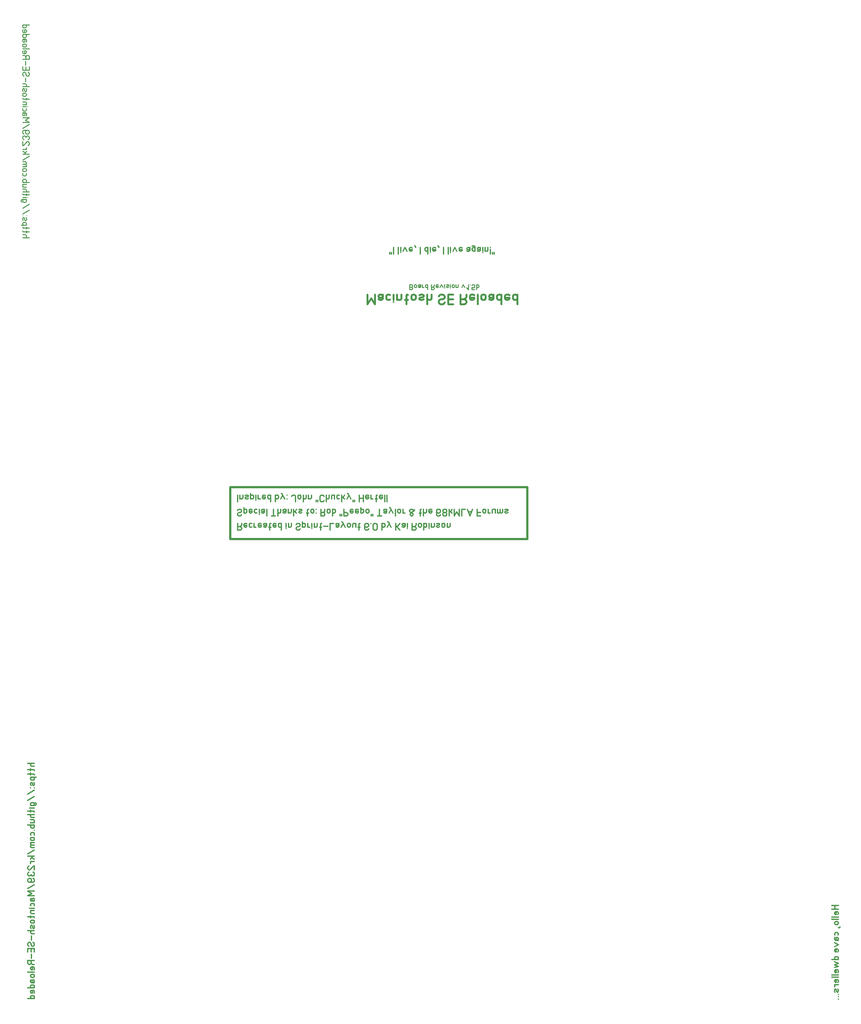
<source format=gbr>
%FSLAX34Y34*%
%MOMM*%
%LNSILK_BOTTOM*%
G71*
G01*
%ADD10C,0.318*%
%ADD11C,0.238*%
%ADD12C,0.476*%
%ADD13C,0.600*%
%ADD14C,0.222*%
%LPD*%
G54D10*
X584712Y1521461D02*
X588712Y1523683D01*
X590046Y1525906D01*
X590046Y1530350D01*
G54D10*
X579379Y1530350D02*
X579379Y1512572D01*
X586046Y1512572D01*
X588712Y1513683D01*
X590046Y1515906D01*
X590046Y1518128D01*
X588712Y1520350D01*
X586046Y1521461D01*
X579379Y1521461D01*
G54D10*
X604268Y1529239D02*
X602135Y1530350D01*
X599468Y1530350D01*
X596801Y1529239D01*
X596268Y1527017D01*
X596268Y1523239D01*
X597601Y1521017D01*
X600268Y1520350D01*
X602935Y1521017D01*
X604268Y1522572D01*
X604268Y1524794D01*
X596268Y1524794D01*
G54D10*
X617157Y1521017D02*
X614490Y1520350D01*
X611823Y1521017D01*
X610490Y1523239D01*
X610490Y1527683D01*
X611823Y1529906D01*
X614490Y1530350D01*
X617157Y1529906D01*
G54D10*
X623379Y1530350D02*
X623379Y1520350D01*
G54D10*
X623379Y1522572D02*
X626046Y1520350D01*
X628712Y1520350D01*
G54D10*
X642934Y1529239D02*
X640801Y1530350D01*
X638134Y1530350D01*
X635467Y1529239D01*
X634934Y1527017D01*
X634934Y1523239D01*
X636267Y1521017D01*
X638934Y1520350D01*
X641601Y1521017D01*
X642934Y1522572D01*
X642934Y1524794D01*
X634934Y1524794D01*
G54D10*
X649156Y1521461D02*
X651823Y1520350D01*
X655023Y1520350D01*
X657156Y1522572D01*
X657156Y1530350D01*
G54D10*
X657156Y1527017D02*
X655823Y1524794D01*
X653156Y1524350D01*
X650489Y1524794D01*
X649156Y1527017D01*
X649689Y1529239D01*
X651823Y1530350D01*
X653156Y1530350D01*
X653689Y1530350D01*
X655823Y1529239D01*
X657156Y1527017D01*
G54D10*
X666045Y1512572D02*
X666045Y1529239D01*
X667378Y1530350D01*
X668711Y1529906D01*
G54D10*
X663378Y1520350D02*
X668711Y1520350D01*
G54D10*
X682933Y1529239D02*
X680800Y1530350D01*
X678133Y1530350D01*
X675466Y1529239D01*
X674933Y1527017D01*
X674933Y1523239D01*
X676266Y1521017D01*
X678933Y1520350D01*
X681600Y1521017D01*
X682933Y1522572D01*
X682933Y1524794D01*
X674933Y1524794D01*
G54D10*
X697155Y1530350D02*
X697155Y1512572D01*
G54D10*
X697155Y1523239D02*
X695822Y1521017D01*
X693155Y1520350D01*
X690488Y1521017D01*
X689155Y1523239D01*
X689155Y1527683D01*
X690488Y1529906D01*
X693155Y1530350D01*
X695822Y1529906D01*
X697155Y1527683D01*
G54D10*
X709866Y1530350D02*
X709866Y1520350D01*
G54D10*
X709866Y1517017D02*
X709866Y1517017D01*
G54D10*
X716088Y1530350D02*
X716088Y1520350D01*
G54D10*
X716088Y1522572D02*
X717421Y1521017D01*
X720088Y1520350D01*
X722755Y1521017D01*
X724088Y1522572D01*
X724088Y1530350D01*
G54D10*
X736799Y1527017D02*
X738132Y1529239D01*
X740799Y1530350D01*
X743466Y1530350D01*
X746132Y1529239D01*
X747466Y1527017D01*
X747466Y1524794D01*
X746132Y1522572D01*
X743466Y1521461D01*
X740799Y1521461D01*
X738132Y1520350D01*
X736799Y1518128D01*
X736799Y1515906D01*
X738132Y1513683D01*
X740799Y1512572D01*
X743466Y1512572D01*
X746132Y1513683D01*
X747466Y1515906D01*
G54D10*
X753688Y1520350D02*
X753688Y1534794D01*
G54D10*
X753688Y1527017D02*
X755021Y1529906D01*
X757688Y1530350D01*
X760355Y1529906D01*
X761688Y1527683D01*
X761688Y1523239D01*
X760355Y1521017D01*
X757688Y1520350D01*
X755021Y1521017D01*
X753688Y1523683D01*
G54D10*
X767910Y1530350D02*
X767910Y1520350D01*
G54D10*
X767910Y1522572D02*
X770577Y1520350D01*
X773243Y1520350D01*
G54D10*
X779465Y1530350D02*
X779465Y1520350D01*
G54D10*
X779465Y1517017D02*
X779465Y1517017D01*
G54D10*
X785687Y1530350D02*
X785687Y1520350D01*
G54D10*
X785687Y1522572D02*
X787020Y1521017D01*
X789687Y1520350D01*
X792354Y1521017D01*
X793687Y1522572D01*
X793687Y1530350D01*
G54D10*
X802576Y1512572D02*
X802576Y1529239D01*
X803909Y1530350D01*
X805242Y1529906D01*
G54D10*
X799909Y1520350D02*
X805242Y1520350D01*
G54D10*
X811464Y1522572D02*
X822131Y1522572D01*
G54D10*
X828353Y1512572D02*
X828353Y1530350D01*
X837686Y1530350D01*
G54D10*
X843908Y1521461D02*
X846575Y1520350D01*
X849775Y1520350D01*
X851908Y1522572D01*
X851908Y1530350D01*
G54D10*
X851908Y1527017D02*
X850575Y1524794D01*
X847908Y1524350D01*
X845241Y1524794D01*
X843908Y1527017D01*
X844441Y1529239D01*
X846575Y1530350D01*
X847908Y1530350D01*
X848441Y1530350D01*
X850575Y1529239D01*
X851908Y1527017D01*
G54D10*
X858130Y1520350D02*
X863463Y1530350D01*
X868797Y1520350D01*
G54D10*
X863463Y1530350D02*
X862130Y1533683D01*
X860797Y1534794D01*
X859463Y1534794D01*
G54D10*
X883019Y1527683D02*
X883019Y1523239D01*
X881686Y1521017D01*
X879019Y1520350D01*
X876352Y1521017D01*
X875019Y1523239D01*
X875019Y1527683D01*
X876352Y1529906D01*
X879019Y1530350D01*
X881686Y1529906D01*
X883019Y1527683D01*
G54D10*
X897241Y1520350D02*
X897241Y1530350D01*
G54D10*
X897241Y1528128D02*
X895908Y1529906D01*
X893241Y1530350D01*
X890574Y1529906D01*
X889241Y1528128D01*
X889241Y1520350D01*
G54D10*
X906130Y1512572D02*
X906130Y1529239D01*
X907463Y1530350D01*
X908796Y1529906D01*
G54D10*
X903463Y1520350D02*
X908796Y1520350D01*
G54D10*
X932174Y1515906D02*
X930840Y1513683D01*
X928174Y1512572D01*
X925507Y1512572D01*
X922840Y1513683D01*
X921507Y1515906D01*
X921507Y1521461D01*
X921507Y1522572D01*
X925507Y1520350D01*
X928174Y1520350D01*
X930840Y1521461D01*
X932174Y1523683D01*
X932174Y1527017D01*
X930840Y1529239D01*
X928174Y1530350D01*
X925507Y1530350D01*
X922840Y1529239D01*
X921507Y1527017D01*
X921507Y1521461D01*
G54D10*
X938396Y1530350D02*
X938396Y1530350D01*
G54D10*
X955285Y1515906D02*
X955285Y1527017D01*
X953951Y1529239D01*
X951285Y1530350D01*
X948618Y1530350D01*
X945951Y1529239D01*
X944618Y1527017D01*
X944618Y1515906D01*
X945951Y1513683D01*
X948618Y1512572D01*
X951285Y1512572D01*
X953951Y1513683D01*
X955285Y1515906D01*
G54D10*
X967996Y1530350D02*
X967996Y1512572D01*
G54D10*
X967996Y1523239D02*
X969329Y1521017D01*
X971996Y1520350D01*
X974663Y1521017D01*
X975996Y1523239D01*
X975996Y1527683D01*
X974663Y1529906D01*
X971996Y1530350D01*
X969329Y1529906D01*
X967996Y1527683D01*
G54D10*
X982218Y1520350D02*
X987551Y1530350D01*
X992885Y1520350D01*
G54D10*
X987551Y1530350D02*
X986218Y1533683D01*
X984885Y1534794D01*
X983551Y1534794D01*
G54D10*
X1005596Y1530350D02*
X1005596Y1512572D01*
G54D10*
X1005596Y1524794D02*
X1016263Y1512572D01*
G54D10*
X1009596Y1521461D02*
X1016263Y1530350D01*
G54D10*
X1022485Y1521461D02*
X1025152Y1520350D01*
X1028352Y1520350D01*
X1030485Y1522572D01*
X1030485Y1530350D01*
G54D10*
X1030485Y1527017D02*
X1029152Y1524794D01*
X1026485Y1524350D01*
X1023818Y1524794D01*
X1022485Y1527017D01*
X1023018Y1529239D01*
X1025152Y1530350D01*
X1026485Y1530350D01*
X1027018Y1530350D01*
X1029152Y1529239D01*
X1030485Y1527017D01*
G54D10*
X1036707Y1530350D02*
X1036707Y1520350D01*
G54D10*
X1036707Y1517017D02*
X1036707Y1517017D01*
G54D10*
X1054751Y1521461D02*
X1058751Y1523683D01*
X1060085Y1525906D01*
X1060085Y1530350D01*
G54D10*
X1049418Y1530350D02*
X1049418Y1512572D01*
X1056085Y1512572D01*
X1058751Y1513683D01*
X1060085Y1515906D01*
X1060085Y1518128D01*
X1058751Y1520350D01*
X1056085Y1521461D01*
X1049418Y1521461D01*
G54D10*
X1074307Y1527683D02*
X1074307Y1523239D01*
X1072974Y1521017D01*
X1070307Y1520350D01*
X1067640Y1521017D01*
X1066307Y1523239D01*
X1066307Y1527683D01*
X1067640Y1529906D01*
X1070307Y1530350D01*
X1072974Y1529906D01*
X1074307Y1527683D01*
G54D10*
X1080529Y1530350D02*
X1080529Y1512572D01*
G54D10*
X1080529Y1523239D02*
X1081862Y1521017D01*
X1084529Y1520350D01*
X1087196Y1521017D01*
X1088529Y1523239D01*
X1088529Y1527683D01*
X1087196Y1529906D01*
X1084529Y1530350D01*
X1081862Y1529906D01*
X1080529Y1527683D01*
G54D10*
X1094751Y1530350D02*
X1094751Y1520350D01*
G54D10*
X1094751Y1517017D02*
X1094751Y1517017D01*
G54D10*
X1100973Y1530350D02*
X1100973Y1520350D01*
G54D10*
X1100973Y1522572D02*
X1102306Y1521017D01*
X1104973Y1520350D01*
X1107640Y1521017D01*
X1108973Y1522572D01*
X1108973Y1530350D01*
G54D10*
X1115195Y1529239D02*
X1117862Y1530350D01*
X1120528Y1530350D01*
X1123195Y1529239D01*
X1123195Y1527017D01*
X1121862Y1525906D01*
X1116528Y1524794D01*
X1115195Y1523683D01*
X1115195Y1521461D01*
X1117862Y1520350D01*
X1120528Y1520350D01*
X1123195Y1521461D01*
G54D10*
X1137417Y1527683D02*
X1137417Y1523239D01*
X1136084Y1521017D01*
X1133417Y1520350D01*
X1130750Y1521017D01*
X1129417Y1523239D01*
X1129417Y1527683D01*
X1130750Y1529906D01*
X1133417Y1530350D01*
X1136084Y1529906D01*
X1137417Y1527683D01*
G54D10*
X1143639Y1530350D02*
X1143639Y1520350D01*
G54D10*
X1143639Y1522572D02*
X1144972Y1521017D01*
X1147639Y1520350D01*
X1150306Y1521017D01*
X1151639Y1522572D01*
X1151639Y1530350D01*
G54D10*
X579113Y1565117D02*
X580446Y1567339D01*
X583113Y1568450D01*
X585780Y1568450D01*
X588446Y1567339D01*
X589780Y1565117D01*
X589780Y1562894D01*
X588446Y1560672D01*
X585780Y1559561D01*
X583113Y1559561D01*
X580446Y1558450D01*
X579113Y1556228D01*
X579113Y1554006D01*
X580446Y1551783D01*
X583113Y1550672D01*
X585780Y1550672D01*
X588446Y1551783D01*
X589780Y1554006D01*
G54D10*
X596002Y1558450D02*
X596002Y1572894D01*
G54D10*
X596002Y1565117D02*
X597335Y1568006D01*
X600002Y1568450D01*
X602669Y1568006D01*
X604002Y1565783D01*
X604002Y1561339D01*
X602669Y1559117D01*
X600002Y1558450D01*
X597335Y1559117D01*
X596002Y1561783D01*
G54D10*
X618224Y1567339D02*
X616091Y1568450D01*
X613424Y1568450D01*
X610757Y1567339D01*
X610224Y1565117D01*
X610224Y1561339D01*
X611557Y1559117D01*
X614224Y1558450D01*
X616891Y1559117D01*
X618224Y1560672D01*
X618224Y1562894D01*
X610224Y1562894D01*
G54D10*
X631113Y1559117D02*
X628446Y1558450D01*
X625779Y1559117D01*
X624446Y1561339D01*
X624446Y1565783D01*
X625779Y1568006D01*
X628446Y1568450D01*
X631113Y1568006D01*
G54D10*
X637335Y1568450D02*
X637335Y1558450D01*
G54D10*
X637335Y1555117D02*
X637335Y1555117D01*
G54D10*
X643557Y1559561D02*
X646224Y1558450D01*
X649424Y1558450D01*
X651557Y1560672D01*
X651557Y1568450D01*
G54D10*
X651557Y1565117D02*
X650224Y1562894D01*
X647557Y1562450D01*
X644890Y1562894D01*
X643557Y1565117D01*
X644090Y1567339D01*
X646224Y1568450D01*
X647557Y1568450D01*
X648090Y1568450D01*
X650224Y1567339D01*
X651557Y1565117D01*
G54D10*
X657779Y1568450D02*
X657779Y1550672D01*
G54D10*
X675823Y1568450D02*
X675823Y1550672D01*
G54D10*
X670490Y1550672D02*
X681157Y1550672D01*
G54D10*
X687379Y1568450D02*
X687379Y1550672D01*
G54D10*
X687379Y1561339D02*
X688712Y1559117D01*
X691379Y1558450D01*
X694046Y1559117D01*
X695379Y1561339D01*
X695379Y1568450D01*
G54D10*
X701601Y1559561D02*
X704268Y1558450D01*
X707468Y1558450D01*
X709601Y1560672D01*
X709601Y1568450D01*
G54D10*
X709601Y1565117D02*
X708268Y1562894D01*
X705601Y1562450D01*
X702934Y1562894D01*
X701601Y1565117D01*
X702134Y1567339D01*
X704268Y1568450D01*
X705601Y1568450D01*
X706134Y1568450D01*
X708268Y1567339D01*
X709601Y1565117D01*
G54D10*
X715823Y1568450D02*
X715823Y1558450D01*
G54D10*
X715823Y1560672D02*
X717156Y1559117D01*
X719823Y1558450D01*
X722490Y1559117D01*
X723823Y1560672D01*
X723823Y1568450D01*
G54D10*
X730045Y1568450D02*
X730045Y1550672D01*
G54D10*
X734045Y1561783D02*
X738045Y1568450D01*
G54D10*
X730045Y1564006D02*
X738045Y1558450D01*
G54D10*
X744267Y1567339D02*
X746934Y1568450D01*
X749600Y1568450D01*
X752267Y1567339D01*
X752267Y1565117D01*
X750934Y1564006D01*
X745600Y1562894D01*
X744267Y1561783D01*
X744267Y1559561D01*
X746934Y1558450D01*
X749600Y1558450D01*
X752267Y1559561D01*
G54D10*
X767645Y1550672D02*
X767645Y1567339D01*
X768978Y1568450D01*
X770311Y1568006D01*
G54D10*
X764978Y1558450D02*
X770311Y1558450D01*
G54D10*
X784533Y1565783D02*
X784533Y1561339D01*
X783200Y1559117D01*
X780533Y1558450D01*
X777866Y1559117D01*
X776533Y1561339D01*
X776533Y1565783D01*
X777866Y1568006D01*
X780533Y1568450D01*
X783200Y1568006D01*
X784533Y1565783D01*
G54D10*
X790755Y1568450D02*
X790755Y1568450D01*
G54D10*
X790755Y1558450D02*
X790755Y1558450D01*
G54D10*
X808799Y1559561D02*
X812799Y1561783D01*
X814133Y1564006D01*
X814133Y1568450D01*
G54D10*
X803466Y1568450D02*
X803466Y1550672D01*
X810133Y1550672D01*
X812799Y1551783D01*
X814133Y1554006D01*
X814133Y1556228D01*
X812799Y1558450D01*
X810133Y1559561D01*
X803466Y1559561D01*
G54D10*
X828355Y1565783D02*
X828355Y1561339D01*
X827022Y1559117D01*
X824355Y1558450D01*
X821688Y1559117D01*
X820355Y1561339D01*
X820355Y1565783D01*
X821688Y1568006D01*
X824355Y1568450D01*
X827022Y1568006D01*
X828355Y1565783D01*
G54D10*
X834577Y1568450D02*
X834577Y1550672D01*
G54D10*
X834577Y1561339D02*
X835910Y1559117D01*
X838577Y1558450D01*
X841244Y1559117D01*
X842577Y1561339D01*
X842577Y1565783D01*
X841244Y1568006D01*
X838577Y1568450D01*
X835910Y1568006D01*
X834577Y1565783D01*
G54D10*
X855288Y1550672D02*
X855288Y1555117D01*
G54D10*
X859288Y1550672D02*
X859288Y1555117D01*
G54D10*
X865510Y1568450D02*
X865510Y1550672D01*
X872177Y1550672D01*
X874843Y1551783D01*
X876177Y1554006D01*
X876177Y1556228D01*
X874843Y1558450D01*
X872177Y1559561D01*
X865510Y1559561D01*
G54D10*
X890399Y1567339D02*
X888266Y1568450D01*
X885599Y1568450D01*
X882932Y1567339D01*
X882399Y1565117D01*
X882399Y1561339D01*
X883732Y1559117D01*
X886399Y1558450D01*
X889066Y1559117D01*
X890399Y1560672D01*
X890399Y1562894D01*
X882399Y1562894D01*
G54D10*
X904621Y1567339D02*
X902488Y1568450D01*
X899821Y1568450D01*
X897154Y1567339D01*
X896621Y1565117D01*
X896621Y1561339D01*
X897954Y1559117D01*
X900621Y1558450D01*
X903288Y1559117D01*
X904621Y1560672D01*
X904621Y1562894D01*
X896621Y1562894D01*
G54D10*
X910843Y1558450D02*
X910843Y1572894D01*
G54D10*
X910843Y1565117D02*
X912176Y1568006D01*
X914843Y1568450D01*
X917510Y1568006D01*
X918843Y1565783D01*
X918843Y1561339D01*
X917510Y1559117D01*
X914843Y1558450D01*
X912176Y1559117D01*
X910843Y1561783D01*
G54D10*
X933065Y1565783D02*
X933065Y1561339D01*
X931732Y1559117D01*
X929065Y1558450D01*
X926398Y1559117D01*
X925065Y1561339D01*
X925065Y1565783D01*
X926398Y1568006D01*
X929065Y1568450D01*
X931732Y1568006D01*
X933065Y1565783D01*
G54D10*
X939287Y1550672D02*
X939287Y1555117D01*
G54D10*
X943287Y1550672D02*
X943287Y1555117D01*
G54D10*
X961331Y1568450D02*
X961331Y1550672D01*
G54D10*
X955998Y1550672D02*
X966665Y1550672D01*
G54D10*
X972887Y1559561D02*
X975554Y1558450D01*
X978754Y1558450D01*
X980887Y1560672D01*
X980887Y1568450D01*
G54D10*
X980887Y1565117D02*
X979554Y1562894D01*
X976887Y1562450D01*
X974220Y1562894D01*
X972887Y1565117D01*
X973420Y1567339D01*
X975554Y1568450D01*
X976887Y1568450D01*
X977420Y1568450D01*
X979554Y1567339D01*
X980887Y1565117D01*
G54D10*
X987109Y1558450D02*
X992442Y1568450D01*
X997776Y1558450D01*
G54D10*
X992442Y1568450D02*
X991109Y1571783D01*
X989776Y1572894D01*
X988442Y1572894D01*
G54D10*
X1003998Y1568450D02*
X1003998Y1550672D01*
G54D10*
X1018220Y1565783D02*
X1018220Y1561339D01*
X1016887Y1559117D01*
X1014220Y1558450D01*
X1011553Y1559117D01*
X1010220Y1561339D01*
X1010220Y1565783D01*
X1011553Y1568006D01*
X1014220Y1568450D01*
X1016887Y1568006D01*
X1018220Y1565783D01*
G54D10*
X1024442Y1568450D02*
X1024442Y1558450D01*
G54D10*
X1024442Y1560672D02*
X1027109Y1558450D01*
X1029775Y1558450D01*
G54D10*
X1055819Y1566228D02*
X1045153Y1557339D01*
X1043819Y1555117D01*
X1043819Y1552894D01*
X1046486Y1550672D01*
X1049153Y1550672D01*
X1051819Y1552894D01*
X1051819Y1555117D01*
X1050486Y1557339D01*
X1043819Y1560672D01*
X1042486Y1562894D01*
X1042486Y1565117D01*
X1043819Y1567339D01*
X1046486Y1568450D01*
X1049153Y1568450D01*
X1051819Y1567339D01*
X1054486Y1562894D01*
G54D10*
X1071197Y1550672D02*
X1071197Y1567339D01*
X1072530Y1568450D01*
X1073863Y1568006D01*
G54D10*
X1068530Y1558450D02*
X1073863Y1558450D01*
G54D10*
X1080085Y1568450D02*
X1080085Y1550672D01*
G54D10*
X1080085Y1561339D02*
X1081418Y1559117D01*
X1084085Y1558450D01*
X1086752Y1559117D01*
X1088085Y1561339D01*
X1088085Y1568450D01*
G54D10*
X1102307Y1567339D02*
X1100174Y1568450D01*
X1097507Y1568450D01*
X1094840Y1567339D01*
X1094307Y1565117D01*
X1094307Y1561339D01*
X1095640Y1559117D01*
X1098307Y1558450D01*
X1100974Y1559117D01*
X1102307Y1560672D01*
X1102307Y1562894D01*
X1094307Y1562894D01*
G54D10*
X1125685Y1554006D02*
X1124351Y1551783D01*
X1121685Y1550672D01*
X1119018Y1550672D01*
X1116351Y1551783D01*
X1115018Y1554006D01*
X1115018Y1559561D01*
X1115018Y1560672D01*
X1119018Y1558450D01*
X1121685Y1558450D01*
X1124351Y1559561D01*
X1125685Y1561783D01*
X1125685Y1565117D01*
X1124351Y1567339D01*
X1121685Y1568450D01*
X1119018Y1568450D01*
X1116351Y1567339D01*
X1115018Y1565117D01*
X1115018Y1559561D01*
G54D10*
X1138574Y1559561D02*
X1135907Y1559561D01*
X1133240Y1558450D01*
X1131907Y1556228D01*
X1131907Y1554006D01*
X1133240Y1551783D01*
X1135907Y1550672D01*
X1138574Y1550672D01*
X1141240Y1551783D01*
X1142574Y1554006D01*
X1142574Y1556228D01*
X1141240Y1558450D01*
X1138574Y1559561D01*
X1141240Y1560672D01*
X1142574Y1562894D01*
X1142574Y1565117D01*
X1141240Y1567339D01*
X1138574Y1568450D01*
X1135907Y1568450D01*
X1133240Y1567339D01*
X1131907Y1565117D01*
X1131907Y1562894D01*
X1133240Y1560672D01*
X1135907Y1559561D01*
G54D10*
X1148796Y1568450D02*
X1148796Y1550672D01*
G54D10*
X1152796Y1561783D02*
X1156796Y1568450D01*
G54D10*
X1148796Y1564006D02*
X1156796Y1558450D01*
G54D10*
X1163018Y1568450D02*
X1163018Y1550672D01*
X1169685Y1561783D01*
X1176351Y1550672D01*
X1176351Y1568450D01*
G54D10*
X1182573Y1550672D02*
X1182573Y1568450D01*
X1191906Y1568450D01*
G54D10*
X1198128Y1568450D02*
X1204795Y1550672D01*
X1211461Y1568450D01*
G54D10*
X1200795Y1561783D02*
X1208795Y1561783D01*
G54D10*
X1224172Y1568450D02*
X1224172Y1550672D01*
X1233505Y1550672D01*
G54D10*
X1224172Y1559561D02*
X1233505Y1559561D01*
G54D10*
X1247727Y1565783D02*
X1247727Y1561339D01*
X1246394Y1559117D01*
X1243727Y1558450D01*
X1241060Y1559117D01*
X1239727Y1561339D01*
X1239727Y1565783D01*
X1241060Y1568006D01*
X1243727Y1568450D01*
X1246394Y1568006D01*
X1247727Y1565783D01*
G54D10*
X1253949Y1568450D02*
X1253949Y1558450D01*
G54D10*
X1253949Y1560672D02*
X1256616Y1558450D01*
X1259282Y1558450D01*
G54D10*
X1273504Y1558450D02*
X1273504Y1568450D01*
G54D10*
X1273504Y1566228D02*
X1272171Y1568006D01*
X1269504Y1568450D01*
X1266837Y1568006D01*
X1265504Y1566228D01*
X1265504Y1558450D01*
G54D10*
X1279726Y1568450D02*
X1279726Y1558450D01*
G54D10*
X1279726Y1560228D02*
X1282393Y1558450D01*
X1285059Y1559117D01*
X1286393Y1560672D01*
X1286393Y1568450D01*
G54D10*
X1286393Y1560228D02*
X1289059Y1558450D01*
X1291726Y1559117D01*
X1293059Y1560672D01*
X1293059Y1568450D01*
G54D10*
X1299281Y1567339D02*
X1301948Y1568450D01*
X1304614Y1568450D01*
X1307281Y1567339D01*
X1307281Y1565117D01*
X1305948Y1564006D01*
X1300614Y1562894D01*
X1299281Y1561783D01*
X1299281Y1559561D01*
X1301948Y1558450D01*
X1304614Y1558450D01*
X1307281Y1559561D01*
G54D10*
X989292Y2255522D02*
X989292Y2259967D01*
G54D10*
X993292Y2255522D02*
X993292Y2259967D01*
G54D10*
X999514Y2273300D02*
X999514Y2255522D01*
G54D10*
X1012225Y2273300D02*
X1012225Y2255522D01*
G54D10*
X1018447Y2273300D02*
X1018447Y2263300D01*
G54D10*
X1018447Y2259967D02*
X1018447Y2259967D01*
G54D10*
X1024669Y2263300D02*
X1030002Y2273300D01*
X1035336Y2263300D01*
G54D10*
X1049558Y2272189D02*
X1047425Y2273300D01*
X1044758Y2273300D01*
X1042091Y2272189D01*
X1041558Y2269967D01*
X1041558Y2266189D01*
X1042891Y2263967D01*
X1045558Y2263300D01*
X1048225Y2263967D01*
X1049558Y2265522D01*
X1049558Y2267744D01*
X1041558Y2267744D01*
G54D10*
X1058447Y2273300D02*
X1058447Y2275522D01*
X1057113Y2277744D01*
X1055780Y2277744D01*
G54D10*
X1071158Y2273300D02*
X1071158Y2255522D01*
G54D10*
X1091869Y2273300D02*
X1091869Y2255522D01*
G54D10*
X1091869Y2266189D02*
X1090536Y2263967D01*
X1087869Y2263300D01*
X1085202Y2263967D01*
X1083869Y2266189D01*
X1083869Y2270633D01*
X1085202Y2272856D01*
X1087869Y2273300D01*
X1090536Y2272856D01*
X1091869Y2270633D01*
G54D10*
X1098091Y2273300D02*
X1098091Y2263300D01*
G54D10*
X1098091Y2259967D02*
X1098091Y2259967D01*
G54D10*
X1112313Y2272189D02*
X1110180Y2273300D01*
X1107513Y2273300D01*
X1104846Y2272189D01*
X1104313Y2269967D01*
X1104313Y2266189D01*
X1105646Y2263967D01*
X1108313Y2263300D01*
X1110980Y2263967D01*
X1112313Y2265522D01*
X1112313Y2267744D01*
X1104313Y2267744D01*
G54D10*
X1121202Y2273300D02*
X1121202Y2275522D01*
X1119868Y2277744D01*
X1118535Y2277744D01*
G54D10*
X1133913Y2273300D02*
X1133913Y2255522D01*
G54D10*
X1146624Y2273300D02*
X1146624Y2255522D01*
G54D10*
X1152846Y2273300D02*
X1152846Y2263300D01*
G54D10*
X1152846Y2259967D02*
X1152846Y2259967D01*
G54D10*
X1159068Y2263300D02*
X1164401Y2273300D01*
X1169735Y2263300D01*
G54D10*
X1183957Y2272189D02*
X1181824Y2273300D01*
X1179157Y2273300D01*
X1176490Y2272189D01*
X1175957Y2269967D01*
X1175957Y2266189D01*
X1177290Y2263967D01*
X1179957Y2263300D01*
X1182624Y2263967D01*
X1183957Y2265522D01*
X1183957Y2267744D01*
X1175957Y2267744D01*
G54D10*
X1196668Y2264411D02*
X1199335Y2263300D01*
X1202535Y2263300D01*
X1204668Y2265522D01*
X1204668Y2273300D01*
G54D10*
X1204668Y2269967D02*
X1203335Y2267744D01*
X1200668Y2267300D01*
X1198001Y2267744D01*
X1196668Y2269967D01*
X1197201Y2272189D01*
X1199335Y2273300D01*
X1200668Y2273300D01*
X1201201Y2273300D01*
X1203335Y2272189D01*
X1204668Y2269967D01*
G54D10*
X1210890Y2276633D02*
X1213557Y2277744D01*
X1215423Y2277744D01*
X1218090Y2276633D01*
X1218890Y2274411D01*
X1218890Y2263300D01*
G54D10*
X1218890Y2266189D02*
X1217557Y2263967D01*
X1214890Y2263300D01*
X1212223Y2263967D01*
X1210890Y2266189D01*
X1210890Y2270633D01*
X1212223Y2272856D01*
X1214890Y2273300D01*
X1217557Y2272856D01*
X1218890Y2270633D01*
G54D10*
X1225112Y2264411D02*
X1227779Y2263300D01*
X1230979Y2263300D01*
X1233112Y2265522D01*
X1233112Y2273300D01*
G54D10*
X1233112Y2269967D02*
X1231779Y2267744D01*
X1229112Y2267300D01*
X1226445Y2267744D01*
X1225112Y2269967D01*
X1225645Y2272189D01*
X1227779Y2273300D01*
X1229112Y2273300D01*
X1229645Y2273300D01*
X1231779Y2272189D01*
X1233112Y2269967D01*
G54D10*
X1239334Y2273300D02*
X1239334Y2263300D01*
G54D10*
X1239334Y2259967D02*
X1239334Y2259967D01*
G54D10*
X1245556Y2273300D02*
X1245556Y2263300D01*
G54D10*
X1245556Y2265522D02*
X1246889Y2263967D01*
X1249556Y2263300D01*
X1252223Y2263967D01*
X1253556Y2265522D01*
X1253556Y2273300D01*
G54D10*
X1259778Y2255522D02*
X1259778Y2268856D01*
G54D10*
X1259778Y2273300D02*
X1259778Y2273300D01*
G54D10*
X1266000Y2255522D02*
X1266000Y2259967D01*
G54D10*
X1270000Y2255522D02*
X1270000Y2259967D01*
G54D10*
X579418Y1606550D02*
X579418Y1588772D01*
G54D10*
X585640Y1606550D02*
X585640Y1596550D01*
G54D10*
X585640Y1598772D02*
X586973Y1597217D01*
X589640Y1596550D01*
X592306Y1597217D01*
X593640Y1598772D01*
X593640Y1606550D01*
G54D10*
X599862Y1605439D02*
X602528Y1606550D01*
X605195Y1606550D01*
X607862Y1605439D01*
X607862Y1603217D01*
X606528Y1602106D01*
X601195Y1600994D01*
X599862Y1599883D01*
X599862Y1597661D01*
X602528Y1596550D01*
X605195Y1596550D01*
X607862Y1597661D01*
G54D10*
X614084Y1596550D02*
X614084Y1610994D01*
G54D10*
X614084Y1603217D02*
X615417Y1606106D01*
X618084Y1606550D01*
X620750Y1606106D01*
X622084Y1603883D01*
X622084Y1599439D01*
X620750Y1597217D01*
X618084Y1596550D01*
X615417Y1597217D01*
X614084Y1599883D01*
G54D10*
X628306Y1606550D02*
X628306Y1596550D01*
G54D10*
X628306Y1593217D02*
X628306Y1593217D01*
G54D10*
X634528Y1606550D02*
X634528Y1596550D01*
G54D10*
X634528Y1598772D02*
X637194Y1596550D01*
X639861Y1596550D01*
G54D10*
X654083Y1605439D02*
X651949Y1606550D01*
X649283Y1606550D01*
X646616Y1605439D01*
X646083Y1603217D01*
X646083Y1599439D01*
X647416Y1597217D01*
X650083Y1596550D01*
X652749Y1597217D01*
X654083Y1598772D01*
X654083Y1600994D01*
X646083Y1600994D01*
G54D10*
X668305Y1606550D02*
X668305Y1588772D01*
G54D10*
X668305Y1599439D02*
X666971Y1597217D01*
X664305Y1596550D01*
X661638Y1597217D01*
X660305Y1599439D01*
X660305Y1603883D01*
X661638Y1606106D01*
X664305Y1606550D01*
X666971Y1606106D01*
X668305Y1603883D01*
G54D10*
X681016Y1606550D02*
X681016Y1588772D01*
G54D10*
X681016Y1599439D02*
X682349Y1597217D01*
X685016Y1596550D01*
X687682Y1597217D01*
X689016Y1599439D01*
X689016Y1603883D01*
X687682Y1606106D01*
X685016Y1606550D01*
X682349Y1606106D01*
X681016Y1603883D01*
G54D10*
X695238Y1596550D02*
X700571Y1606550D01*
X705904Y1596550D01*
G54D10*
X700571Y1606550D02*
X699238Y1609883D01*
X697904Y1610994D01*
X696571Y1610994D01*
G54D10*
X712127Y1606550D02*
X712127Y1606550D01*
G54D10*
X712127Y1596550D02*
X712127Y1596550D01*
G54D10*
X735504Y1588772D02*
X735504Y1603217D01*
X734171Y1605439D01*
X731504Y1606550D01*
X728838Y1606550D01*
X726171Y1605439D01*
X724838Y1603217D01*
G54D10*
X749727Y1603883D02*
X749727Y1599439D01*
X748393Y1597217D01*
X745727Y1596550D01*
X743060Y1597217D01*
X741727Y1599439D01*
X741727Y1603883D01*
X743060Y1606106D01*
X745727Y1606550D01*
X748393Y1606106D01*
X749727Y1603883D01*
G54D10*
X755949Y1606550D02*
X755949Y1588772D01*
G54D10*
X755949Y1599439D02*
X757282Y1597217D01*
X759949Y1596550D01*
X762615Y1597217D01*
X763949Y1599439D01*
X763949Y1606550D01*
G54D10*
X770171Y1606550D02*
X770171Y1596550D01*
G54D10*
X770171Y1598772D02*
X771504Y1597217D01*
X774171Y1596550D01*
X776837Y1597217D01*
X778171Y1598772D01*
X778171Y1606550D01*
G54D10*
X790882Y1588772D02*
X790882Y1593217D01*
G54D10*
X794882Y1588772D02*
X794882Y1593217D01*
G54D10*
X811770Y1603217D02*
X810437Y1605439D01*
X807770Y1606550D01*
X805104Y1606550D01*
X802437Y1605439D01*
X801104Y1603217D01*
X801104Y1592106D01*
X802437Y1589883D01*
X805104Y1588772D01*
X807770Y1588772D01*
X810437Y1589883D01*
X811770Y1592106D01*
G54D10*
X817993Y1606550D02*
X817993Y1588772D01*
G54D10*
X817993Y1599439D02*
X819326Y1597217D01*
X821993Y1596550D01*
X824659Y1597217D01*
X825993Y1599439D01*
X825993Y1606550D01*
G54D10*
X840215Y1596550D02*
X840215Y1606550D01*
G54D10*
X840215Y1604328D02*
X838881Y1606106D01*
X836215Y1606550D01*
X833548Y1606106D01*
X832215Y1604328D01*
X832215Y1596550D01*
G54D10*
X853103Y1597217D02*
X850437Y1596550D01*
X847770Y1597217D01*
X846437Y1599439D01*
X846437Y1603883D01*
X847770Y1606106D01*
X850437Y1606550D01*
X853103Y1606106D01*
G54D10*
X859326Y1606550D02*
X859326Y1588772D01*
G54D10*
X863326Y1599883D02*
X867326Y1606550D01*
G54D10*
X859326Y1602106D02*
X867326Y1596550D01*
G54D10*
X873548Y1596550D02*
X878881Y1606550D01*
X884214Y1596550D01*
G54D10*
X878881Y1606550D02*
X877548Y1609883D01*
X876214Y1610994D01*
X874881Y1610994D01*
G54D10*
X890437Y1588772D02*
X890437Y1593217D01*
G54D10*
X894437Y1588772D02*
X894437Y1593217D01*
G54D10*
X907148Y1606550D02*
X907148Y1588772D01*
G54D10*
X917814Y1606550D02*
X917814Y1588772D01*
G54D10*
X907148Y1597661D02*
X917814Y1597661D01*
G54D10*
X932037Y1605439D02*
X929903Y1606550D01*
X927237Y1606550D01*
X924570Y1605439D01*
X924037Y1603217D01*
X924037Y1599439D01*
X925370Y1597217D01*
X928037Y1596550D01*
X930703Y1597217D01*
X932037Y1598772D01*
X932037Y1600994D01*
X924037Y1600994D01*
G54D10*
X938259Y1606550D02*
X938259Y1596550D01*
G54D10*
X938259Y1598772D02*
X940925Y1596550D01*
X943592Y1596550D01*
G54D10*
X952480Y1588772D02*
X952480Y1605439D01*
X953814Y1606550D01*
X955147Y1606106D01*
G54D10*
X949814Y1596550D02*
X955147Y1596550D01*
G54D10*
X969369Y1605439D02*
X967235Y1606550D01*
X964569Y1606550D01*
X961902Y1605439D01*
X961369Y1603217D01*
X961369Y1599439D01*
X962702Y1597217D01*
X965369Y1596550D01*
X968035Y1597217D01*
X969369Y1598772D01*
X969369Y1600994D01*
X961369Y1600994D01*
G54D10*
X975591Y1606550D02*
X975591Y1588772D01*
G54D10*
X981813Y1606550D02*
X981813Y1588772D01*
G54D10*
X2197100Y501650D02*
X2179322Y501650D01*
G54D10*
X2197100Y490983D02*
X2179322Y490983D01*
G54D10*
X2188211Y501650D02*
X2188211Y490983D01*
G54D10*
X2195989Y476761D02*
X2197100Y478894D01*
X2197100Y481561D01*
X2195989Y484228D01*
X2193766Y484761D01*
X2189989Y484761D01*
X2187766Y483428D01*
X2187100Y480761D01*
X2187766Y478094D01*
X2189322Y476761D01*
X2191544Y476761D01*
X2191544Y484761D01*
G54D10*
X2197100Y470539D02*
X2179322Y470539D01*
G54D10*
X2197100Y464317D02*
X2179322Y464317D01*
G54D10*
X2194434Y450095D02*
X2189989Y450095D01*
X2187766Y451428D01*
X2187100Y454095D01*
X2187766Y456762D01*
X2189989Y458095D01*
X2194434Y458095D01*
X2196656Y456762D01*
X2197100Y454095D01*
X2196656Y451428D01*
X2194434Y450095D01*
G54D10*
X2197100Y441206D02*
X2199322Y441206D01*
X2201544Y442540D01*
X2201544Y443873D01*
G54D10*
X2187766Y421828D02*
X2187100Y424495D01*
X2187766Y427162D01*
X2189989Y428495D01*
X2194434Y428495D01*
X2196656Y427162D01*
X2197100Y424495D01*
X2196656Y421828D01*
G54D10*
X2188211Y415606D02*
X2187100Y412939D01*
X2187100Y409739D01*
X2189322Y407606D01*
X2197100Y407606D01*
G54D10*
X2193766Y407606D02*
X2191544Y408939D01*
X2191100Y411606D01*
X2191544Y414273D01*
X2193766Y415606D01*
X2195989Y415073D01*
X2197100Y412939D01*
X2197100Y411606D01*
X2197100Y411073D01*
X2195989Y408939D01*
X2193766Y407606D01*
G54D10*
X2187100Y401384D02*
X2197100Y396051D01*
X2187100Y390717D01*
G54D10*
X2195989Y376495D02*
X2197100Y378628D01*
X2197100Y381295D01*
X2195989Y383962D01*
X2193766Y384495D01*
X2189989Y384495D01*
X2187766Y383162D01*
X2187100Y380495D01*
X2187766Y377828D01*
X2189322Y376495D01*
X2191544Y376495D01*
X2191544Y384495D01*
G54D10*
X2197100Y355784D02*
X2179322Y355784D01*
G54D10*
X2189989Y355784D02*
X2187766Y357117D01*
X2187100Y359784D01*
X2187766Y362451D01*
X2189989Y363784D01*
X2194434Y363784D01*
X2196656Y362451D01*
X2197100Y359784D01*
X2196656Y357117D01*
X2194434Y355784D01*
G54D10*
X2187100Y349562D02*
X2197100Y345562D01*
X2187100Y341562D01*
X2197100Y337562D01*
X2187100Y334895D01*
G54D10*
X2195989Y320673D02*
X2197100Y322806D01*
X2197100Y325473D01*
X2195989Y328140D01*
X2193766Y328673D01*
X2189989Y328673D01*
X2187766Y327340D01*
X2187100Y324673D01*
X2187766Y322006D01*
X2189322Y320673D01*
X2191544Y320673D01*
X2191544Y328673D01*
G54D10*
X2197100Y314451D02*
X2179322Y314451D01*
G54D10*
X2197100Y308229D02*
X2179322Y308229D01*
G54D10*
X2195989Y294007D02*
X2197100Y296140D01*
X2197100Y298807D01*
X2195989Y301474D01*
X2193766Y302007D01*
X2189989Y302007D01*
X2187766Y300674D01*
X2187100Y298007D01*
X2187766Y295340D01*
X2189322Y294007D01*
X2191544Y294007D01*
X2191544Y302007D01*
G54D10*
X2197100Y287785D02*
X2187100Y287785D01*
G54D10*
X2189322Y287785D02*
X2187100Y285118D01*
X2187100Y282452D01*
G54D10*
X2195989Y276230D02*
X2197100Y273563D01*
X2197100Y270897D01*
X2195989Y268230D01*
X2193766Y268230D01*
X2192656Y269563D01*
X2191544Y274897D01*
X2190434Y276230D01*
X2188211Y276230D01*
X2187100Y273563D01*
X2187100Y270897D01*
X2188211Y268230D01*
G54D10*
X2197100Y262008D02*
X2197100Y262008D01*
G54D10*
X2197100Y255786D02*
X2197100Y255786D01*
G54D10*
X2197100Y249564D02*
X2197100Y249564D01*
G54D11*
X1042343Y2173437D02*
X1042343Y2160103D01*
X1047343Y2160103D01*
X1049343Y2160937D01*
X1050343Y2162603D01*
X1050343Y2164270D01*
X1049343Y2165937D01*
X1047343Y2166770D01*
X1049343Y2167603D01*
X1050343Y2169270D01*
X1050343Y2170937D01*
X1049343Y2172603D01*
X1047343Y2173437D01*
X1042343Y2173437D01*
G54D11*
X1042343Y2166770D02*
X1047343Y2166770D01*
G54D11*
X1061010Y2171437D02*
X1061010Y2168103D01*
X1060010Y2166437D01*
X1058010Y2165937D01*
X1056010Y2166437D01*
X1055010Y2168103D01*
X1055010Y2171437D01*
X1056010Y2173103D01*
X1058010Y2173437D01*
X1060010Y2173103D01*
X1061010Y2171437D01*
G54D11*
X1065677Y2166770D02*
X1067677Y2165937D01*
X1070077Y2165937D01*
X1071677Y2167603D01*
X1071677Y2173437D01*
G54D11*
X1071677Y2170937D02*
X1070677Y2169270D01*
X1068677Y2168937D01*
X1066677Y2169270D01*
X1065677Y2170937D01*
X1066077Y2172603D01*
X1067677Y2173437D01*
X1068677Y2173437D01*
X1069077Y2173437D01*
X1070677Y2172603D01*
X1071677Y2170937D01*
G54D11*
X1076344Y2173437D02*
X1076344Y2165937D01*
G54D11*
X1076344Y2167603D02*
X1078344Y2165937D01*
X1080344Y2165937D01*
G54D11*
X1091011Y2173437D02*
X1091011Y2160103D01*
G54D11*
X1091011Y2168103D02*
X1090011Y2166437D01*
X1088011Y2165937D01*
X1086011Y2166437D01*
X1085011Y2168103D01*
X1085011Y2171437D01*
X1086011Y2173103D01*
X1088011Y2173437D01*
X1090011Y2173103D01*
X1091011Y2171437D01*
G54D11*
X1104545Y2166770D02*
X1107545Y2168437D01*
X1108545Y2170103D01*
X1108545Y2173437D01*
G54D11*
X1100545Y2173437D02*
X1100545Y2160103D01*
X1105545Y2160103D01*
X1107545Y2160937D01*
X1108545Y2162603D01*
X1108545Y2164270D01*
X1107545Y2165937D01*
X1105545Y2166770D01*
X1100545Y2166770D01*
G54D11*
X1119212Y2172603D02*
X1117612Y2173437D01*
X1115612Y2173437D01*
X1113612Y2172603D01*
X1113212Y2170937D01*
X1113212Y2168103D01*
X1114212Y2166437D01*
X1116212Y2165937D01*
X1118212Y2166437D01*
X1119212Y2167603D01*
X1119212Y2169270D01*
X1113212Y2169270D01*
G54D11*
X1123879Y2165937D02*
X1127879Y2173437D01*
X1131879Y2165937D01*
G54D11*
X1136546Y2173437D02*
X1136546Y2165937D01*
G54D11*
X1136546Y2163437D02*
X1136546Y2163437D01*
G54D11*
X1141213Y2172603D02*
X1143213Y2173437D01*
X1145213Y2173437D01*
X1147213Y2172603D01*
X1147213Y2170937D01*
X1146213Y2170103D01*
X1142213Y2169270D01*
X1141213Y2168437D01*
X1141213Y2166770D01*
X1143213Y2165937D01*
X1145213Y2165937D01*
X1147213Y2166770D01*
G54D11*
X1151880Y2173437D02*
X1151880Y2165937D01*
G54D11*
X1151880Y2163437D02*
X1151880Y2163437D01*
G54D11*
X1162547Y2171437D02*
X1162547Y2168103D01*
X1161547Y2166437D01*
X1159547Y2165937D01*
X1157547Y2166437D01*
X1156547Y2168103D01*
X1156547Y2171437D01*
X1157547Y2173103D01*
X1159547Y2173437D01*
X1161547Y2173103D01*
X1162547Y2171437D01*
G54D11*
X1167214Y2173437D02*
X1167214Y2165937D01*
G54D11*
X1167214Y2167603D02*
X1168214Y2166437D01*
X1170214Y2165937D01*
X1172214Y2166437D01*
X1173214Y2167603D01*
X1173214Y2173437D01*
G54D11*
X1182748Y2165937D02*
X1186748Y2173437D01*
X1190748Y2165937D01*
G54D11*
X1195415Y2165103D02*
X1200415Y2160103D01*
X1200415Y2173437D01*
G54D11*
X1205082Y2173437D02*
X1205082Y2173437D01*
G54D11*
X1217749Y2160103D02*
X1209749Y2160103D01*
X1209749Y2165937D01*
X1210749Y2165937D01*
X1212749Y2165103D01*
X1214749Y2165103D01*
X1216749Y2165937D01*
X1217749Y2167603D01*
X1217749Y2170937D01*
X1216749Y2172603D01*
X1214749Y2173437D01*
X1212749Y2173437D01*
X1210749Y2172603D01*
X1209749Y2170937D01*
G54D11*
X1222416Y2173437D02*
X1222416Y2160103D01*
G54D11*
X1222416Y2168103D02*
X1223416Y2166437D01*
X1225416Y2165937D01*
X1227416Y2166437D01*
X1228416Y2168103D01*
X1228416Y2171437D01*
X1227416Y2173103D01*
X1225416Y2173437D01*
X1223416Y2173103D01*
X1222416Y2171437D01*
G54D12*
X929203Y2146816D02*
X929203Y2120149D01*
X939203Y2136816D01*
X949203Y2120149D01*
X949203Y2146816D01*
G54D12*
X958536Y2133482D02*
X962536Y2131816D01*
X967336Y2131816D01*
X970536Y2135149D01*
X970536Y2146816D01*
G54D12*
X970536Y2141816D02*
X968536Y2138482D01*
X964536Y2137816D01*
X960536Y2138482D01*
X958536Y2141816D01*
X959336Y2145149D01*
X962536Y2146816D01*
X964536Y2146816D01*
X965336Y2146816D01*
X968536Y2145149D01*
X970536Y2141816D01*
G54D12*
X989869Y2132816D02*
X985869Y2131816D01*
X981869Y2132816D01*
X979869Y2136149D01*
X979869Y2142816D01*
X981869Y2146149D01*
X985869Y2146816D01*
X989869Y2146149D01*
G54D12*
X999202Y2146816D02*
X999202Y2131816D01*
G54D12*
X999202Y2126816D02*
X999202Y2126816D01*
G54D12*
X1008535Y2146816D02*
X1008535Y2131816D01*
G54D12*
X1008535Y2135149D02*
X1010535Y2132816D01*
X1014535Y2131816D01*
X1018535Y2132816D01*
X1020535Y2135149D01*
X1020535Y2146816D01*
G54D12*
X1033868Y2120149D02*
X1033868Y2145149D01*
X1035868Y2146816D01*
X1037868Y2146149D01*
G54D12*
X1029868Y2131816D02*
X1037868Y2131816D01*
G54D12*
X1059201Y2142816D02*
X1059201Y2136149D01*
X1057201Y2132816D01*
X1053201Y2131816D01*
X1049201Y2132816D01*
X1047201Y2136149D01*
X1047201Y2142816D01*
X1049201Y2146149D01*
X1053201Y2146816D01*
X1057201Y2146149D01*
X1059201Y2142816D01*
G54D12*
X1068534Y2145149D02*
X1072534Y2146816D01*
X1076534Y2146816D01*
X1080534Y2145149D01*
X1080534Y2141816D01*
X1078534Y2140149D01*
X1070534Y2138482D01*
X1068534Y2136816D01*
X1068534Y2133482D01*
X1072534Y2131816D01*
X1076534Y2131816D01*
X1080534Y2133482D01*
G54D12*
X1089867Y2146816D02*
X1089867Y2120149D01*
G54D12*
X1089867Y2136149D02*
X1091867Y2132816D01*
X1095867Y2131816D01*
X1099867Y2132816D01*
X1101867Y2136149D01*
X1101867Y2146816D01*
G54D12*
X1120933Y2141816D02*
X1122933Y2145149D01*
X1126933Y2146816D01*
X1130933Y2146816D01*
X1134933Y2145149D01*
X1136933Y2141816D01*
X1136933Y2138482D01*
X1134933Y2135149D01*
X1130933Y2133482D01*
X1126933Y2133482D01*
X1122933Y2131816D01*
X1120933Y2128482D01*
X1120933Y2125149D01*
X1122933Y2121816D01*
X1126933Y2120149D01*
X1130933Y2120149D01*
X1134933Y2121816D01*
X1136933Y2125149D01*
G54D12*
X1160266Y2146816D02*
X1146266Y2146816D01*
X1146266Y2120149D01*
X1160266Y2120149D01*
G54D12*
X1146266Y2133482D02*
X1160266Y2133482D01*
G54D12*
X1187332Y2133482D02*
X1193332Y2136816D01*
X1195332Y2140149D01*
X1195332Y2146816D01*
G54D12*
X1179332Y2146816D02*
X1179332Y2120149D01*
X1189332Y2120149D01*
X1193332Y2121816D01*
X1195332Y2125149D01*
X1195332Y2128482D01*
X1193332Y2131816D01*
X1189332Y2133482D01*
X1179332Y2133482D01*
G54D12*
X1216665Y2145149D02*
X1213465Y2146816D01*
X1209465Y2146816D01*
X1205465Y2145149D01*
X1204665Y2141816D01*
X1204665Y2136149D01*
X1206665Y2132816D01*
X1210665Y2131816D01*
X1214665Y2132816D01*
X1216665Y2135149D01*
X1216665Y2138482D01*
X1204665Y2138482D01*
G54D12*
X1225998Y2146816D02*
X1225998Y2120149D01*
G54D12*
X1247331Y2142816D02*
X1247331Y2136149D01*
X1245331Y2132816D01*
X1241331Y2131816D01*
X1237331Y2132816D01*
X1235331Y2136149D01*
X1235331Y2142816D01*
X1237331Y2146149D01*
X1241331Y2146816D01*
X1245331Y2146149D01*
X1247331Y2142816D01*
G54D12*
X1256664Y2133482D02*
X1260664Y2131816D01*
X1265464Y2131816D01*
X1268664Y2135149D01*
X1268664Y2146816D01*
G54D12*
X1268664Y2141816D02*
X1266664Y2138482D01*
X1262664Y2137816D01*
X1258664Y2138482D01*
X1256664Y2141816D01*
X1257464Y2145149D01*
X1260664Y2146816D01*
X1262664Y2146816D01*
X1263464Y2146816D01*
X1266664Y2145149D01*
X1268664Y2141816D01*
G54D12*
X1289997Y2146816D02*
X1289997Y2120149D01*
G54D12*
X1289997Y2136149D02*
X1287997Y2132816D01*
X1283997Y2131816D01*
X1279997Y2132816D01*
X1277997Y2136149D01*
X1277997Y2142816D01*
X1279997Y2146149D01*
X1283997Y2146816D01*
X1287997Y2146149D01*
X1289997Y2142816D01*
G54D12*
X1311330Y2145149D02*
X1308130Y2146816D01*
X1304130Y2146816D01*
X1300130Y2145149D01*
X1299330Y2141816D01*
X1299330Y2136149D01*
X1301330Y2132816D01*
X1305330Y2131816D01*
X1309330Y2132816D01*
X1311330Y2135149D01*
X1311330Y2138482D01*
X1299330Y2138482D01*
G54D12*
X1332663Y2146816D02*
X1332663Y2120149D01*
G54D12*
X1332663Y2136149D02*
X1330663Y2132816D01*
X1326663Y2131816D01*
X1322663Y2132816D01*
X1320663Y2136149D01*
X1320663Y2142816D01*
X1322663Y2146149D01*
X1326663Y2146816D01*
X1330663Y2146149D01*
X1332663Y2142816D01*
G54D13*
X558800Y1628775D02*
X1358900Y1628775D01*
X1358900Y1489075D01*
X558800Y1489075D01*
X558800Y1628775D01*
G54D14*
X0Y2300000D02*
X17778Y2300000D01*
G54D14*
X7111Y2300000D02*
X9334Y2301334D01*
X10000Y2304000D01*
X9334Y2306666D01*
X7111Y2308000D01*
X0Y2308000D01*
G54D14*
X17778Y2315556D02*
X1111Y2315556D01*
X0Y2316889D01*
X444Y2318222D01*
G54D14*
X10000Y2312889D02*
X10000Y2318222D01*
G54D14*
X17778Y2325778D02*
X1111Y2325778D01*
X0Y2327111D01*
X444Y2328444D01*
G54D14*
X10000Y2323111D02*
X10000Y2328444D01*
G54D14*
X10000Y2333333D02*
X-4444Y2333333D01*
G54D14*
X3334Y2333333D02*
X444Y2334666D01*
X0Y2337333D01*
X444Y2340000D01*
X2666Y2341333D01*
X7111Y2341333D01*
X9334Y2340000D01*
X10000Y2337333D01*
X9334Y2334666D01*
X6666Y2333333D01*
G54D14*
X1111Y2346222D02*
X0Y2348889D01*
X0Y2351555D01*
X1111Y2354222D01*
X3334Y2354222D01*
X4444Y2352889D01*
X5556Y2347555D01*
X6666Y2346222D01*
X8889Y2346222D01*
X10000Y2348889D01*
X10000Y2351555D01*
X8889Y2354222D01*
G54D14*
X0Y2359111D02*
X0Y2359111D01*
G54D14*
X10000Y2359111D02*
X10000Y2359111D01*
G54D14*
X0Y2364000D02*
X17778Y2374667D01*
G54D14*
X0Y2379556D02*
X17778Y2390223D01*
G54D14*
X-3334Y2395112D02*
X-4444Y2397779D01*
X-4444Y2399645D01*
X-3334Y2402312D01*
X-1111Y2403112D01*
X10000Y2403112D01*
G54D14*
X7111Y2403112D02*
X9334Y2401779D01*
X10000Y2399112D01*
X9334Y2396445D01*
X7111Y2395112D01*
X2666Y2395112D01*
X444Y2396445D01*
X0Y2399112D01*
X444Y2401779D01*
X2666Y2403112D01*
G54D14*
X0Y2408001D02*
X10000Y2408001D01*
G54D14*
X13334Y2408001D02*
X13334Y2408001D01*
G54D14*
X17778Y2415557D02*
X1111Y2415557D01*
X0Y2416890D01*
X444Y2418223D01*
G54D14*
X10000Y2412890D02*
X10000Y2418223D01*
G54D14*
X0Y2423112D02*
X17778Y2423112D01*
G54D14*
X7111Y2423112D02*
X9334Y2424445D01*
X10000Y2427112D01*
X9334Y2429779D01*
X7111Y2431112D01*
X0Y2431112D01*
G54D14*
X10000Y2444001D02*
X0Y2444001D01*
G54D14*
X2222Y2444001D02*
X444Y2442668D01*
X0Y2440001D01*
X444Y2437334D01*
X2222Y2436001D01*
X10000Y2436001D01*
G54D14*
X0Y2448890D02*
X17778Y2448890D01*
G54D14*
X7111Y2448890D02*
X9334Y2450223D01*
X10000Y2452890D01*
X9334Y2455557D01*
X7111Y2456890D01*
X2666Y2456890D01*
X444Y2455557D01*
X0Y2452890D01*
X444Y2450223D01*
X2666Y2448890D01*
G54D14*
X0Y2461779D02*
X0Y2461779D01*
G54D14*
X9334Y2473335D02*
X10000Y2470668D01*
X9334Y2468001D01*
X7111Y2466668D01*
X2666Y2466668D01*
X444Y2468001D01*
X0Y2470668D01*
X444Y2473335D01*
G54D14*
X2666Y2486224D02*
X7111Y2486224D01*
X9334Y2484891D01*
X10000Y2482224D01*
X9334Y2479557D01*
X7111Y2478224D01*
X2666Y2478224D01*
X444Y2479557D01*
X0Y2482224D01*
X444Y2484891D01*
X2666Y2486224D01*
G54D14*
X0Y2491113D02*
X10000Y2491113D01*
G54D14*
X8222Y2491113D02*
X10000Y2493780D01*
X9334Y2496446D01*
X7778Y2497780D01*
X0Y2497780D01*
G54D14*
X8222Y2497780D02*
X10000Y2500446D01*
X9334Y2503113D01*
X7778Y2504446D01*
X0Y2504446D01*
G54D14*
X0Y2509335D02*
X17778Y2520002D01*
G54D14*
X0Y2524891D02*
X17778Y2524891D01*
G54D14*
X6666Y2528891D02*
X0Y2532891D01*
G54D14*
X4444Y2524891D02*
X10000Y2532891D01*
G54D14*
X0Y2537780D02*
X10000Y2537780D01*
G54D14*
X7778Y2537780D02*
X10000Y2540447D01*
X10000Y2543113D01*
G54D14*
X0Y2558669D02*
X0Y2548002D01*
X1111Y2548002D01*
X3334Y2549335D01*
X10000Y2557335D01*
X12222Y2558669D01*
X14444Y2558669D01*
X16666Y2557335D01*
X17778Y2554669D01*
X17778Y2552002D01*
X16666Y2549335D01*
X14444Y2548002D01*
G54D14*
X14444Y2563558D02*
X16666Y2564891D01*
X17778Y2567558D01*
X17778Y2570225D01*
X16666Y2572891D01*
X14444Y2574225D01*
X12222Y2574225D01*
X10000Y2572891D01*
X8889Y2570225D01*
X7778Y2572891D01*
X5556Y2574225D01*
X3334Y2574225D01*
X1111Y2572891D01*
X0Y2570225D01*
X0Y2567558D01*
X1111Y2564891D01*
X3334Y2563558D01*
G54D14*
X3334Y2579114D02*
X1111Y2580447D01*
X0Y2583114D01*
X0Y2585781D01*
X1111Y2588447D01*
X3334Y2589781D01*
X8889Y2589781D01*
X10000Y2589781D01*
X7778Y2585781D01*
X7778Y2583114D01*
X8889Y2580447D01*
X11111Y2579114D01*
X14444Y2579114D01*
X16666Y2580447D01*
X17778Y2583114D01*
X17778Y2585781D01*
X16666Y2588447D01*
X14444Y2589781D01*
X8889Y2589781D01*
G54D14*
X0Y2594670D02*
X17778Y2605337D01*
G54D14*
X0Y2610226D02*
X17778Y2610226D01*
X6666Y2616893D01*
X17778Y2623559D01*
X0Y2623559D01*
G54D14*
X8889Y2628448D02*
X10000Y2631115D01*
X10000Y2634315D01*
X7778Y2636448D01*
X0Y2636448D01*
G54D14*
X3334Y2636448D02*
X5556Y2635115D01*
X6000Y2632448D01*
X5556Y2629781D01*
X3334Y2628448D01*
X1111Y2628981D01*
X0Y2631115D01*
X0Y2632448D01*
X0Y2632981D01*
X1111Y2635115D01*
X3334Y2636448D01*
G54D14*
X9334Y2648004D02*
X10000Y2645337D01*
X9334Y2642670D01*
X7111Y2641337D01*
X2666Y2641337D01*
X444Y2642670D01*
X0Y2645337D01*
X444Y2648004D01*
G54D14*
X0Y2652893D02*
X10000Y2652893D01*
G54D14*
X13334Y2652893D02*
X13334Y2652893D01*
G54D14*
X0Y2657782D02*
X10000Y2657782D01*
G54D14*
X7778Y2657782D02*
X9334Y2659115D01*
X10000Y2661782D01*
X9334Y2664449D01*
X7778Y2665782D01*
X0Y2665782D01*
G54D14*
X17778Y2673338D02*
X1111Y2673338D01*
X0Y2674671D01*
X444Y2676004D01*
G54D14*
X10000Y2670671D02*
X10000Y2676004D01*
G54D14*
X2666Y2688893D02*
X7111Y2688893D01*
X9334Y2687560D01*
X10000Y2684893D01*
X9334Y2682226D01*
X7111Y2680893D01*
X2666Y2680893D01*
X444Y2682226D01*
X0Y2684893D01*
X444Y2687560D01*
X2666Y2688893D01*
G54D14*
X1111Y2693782D02*
X0Y2696449D01*
X0Y2699115D01*
X1111Y2701782D01*
X3334Y2701782D01*
X4444Y2700449D01*
X5556Y2695115D01*
X6666Y2693782D01*
X8889Y2693782D01*
X10000Y2696449D01*
X10000Y2699115D01*
X8889Y2701782D01*
G54D14*
X0Y2706671D02*
X17778Y2706671D01*
G54D14*
X7111Y2706671D02*
X9334Y2708004D01*
X10000Y2710671D01*
X9334Y2713338D01*
X7111Y2714671D01*
X0Y2714671D01*
G54D14*
X7778Y2719560D02*
X7778Y2730227D01*
G54D14*
X3334Y2735116D02*
X1111Y2736449D01*
X0Y2739116D01*
X0Y2741783D01*
X1111Y2744449D01*
X3334Y2745783D01*
X5556Y2745783D01*
X7778Y2744449D01*
X8889Y2741783D01*
X8889Y2739116D01*
X10000Y2736449D01*
X12222Y2735116D01*
X14444Y2735116D01*
X16666Y2736449D01*
X17778Y2739116D01*
X17778Y2741783D01*
X16666Y2744449D01*
X14444Y2745783D01*
G54D14*
X0Y2760005D02*
X0Y2750672D01*
X17778Y2750672D01*
X17778Y2760005D01*
G54D14*
X8889Y2750672D02*
X8889Y2760005D01*
G54D14*
X7778Y2764894D02*
X7778Y2775561D01*
G54D14*
X8889Y2785783D02*
X6666Y2789783D01*
X4444Y2791117D01*
X0Y2791117D01*
G54D14*
X0Y2780450D02*
X17778Y2780450D01*
X17778Y2787117D01*
X16666Y2789783D01*
X14444Y2791117D01*
X12222Y2791117D01*
X10000Y2789783D01*
X8889Y2787117D01*
X8889Y2780450D01*
G54D14*
X1111Y2804006D02*
X0Y2801873D01*
X0Y2799206D01*
X1111Y2796539D01*
X3334Y2796006D01*
X7111Y2796006D01*
X9334Y2797339D01*
X10000Y2800006D01*
X9334Y2802673D01*
X7778Y2804006D01*
X5556Y2804006D01*
X5556Y2796006D01*
G54D14*
X0Y2808895D02*
X17778Y2808895D01*
G54D14*
X2666Y2821784D02*
X7111Y2821784D01*
X9334Y2820451D01*
X10000Y2817784D01*
X9334Y2815117D01*
X7111Y2813784D01*
X2666Y2813784D01*
X444Y2815117D01*
X0Y2817784D01*
X444Y2820451D01*
X2666Y2821784D01*
G54D14*
X8889Y2826673D02*
X10000Y2829340D01*
X10000Y2832540D01*
X7778Y2834673D01*
X0Y2834673D01*
G54D14*
X3334Y2834673D02*
X5556Y2833340D01*
X6000Y2830673D01*
X5556Y2828006D01*
X3334Y2826673D01*
X1111Y2827206D01*
X0Y2829340D01*
X0Y2830673D01*
X0Y2831206D01*
X1111Y2833340D01*
X3334Y2834673D01*
G54D14*
X0Y2847562D02*
X17778Y2847562D01*
G54D14*
X7111Y2847562D02*
X9334Y2846229D01*
X10000Y2843562D01*
X9334Y2840895D01*
X7111Y2839562D01*
X2666Y2839562D01*
X444Y2840895D01*
X0Y2843562D01*
X444Y2846229D01*
X2666Y2847562D01*
G54D14*
X1111Y2860451D02*
X0Y2858318D01*
X0Y2855651D01*
X1111Y2852984D01*
X3334Y2852451D01*
X7111Y2852451D01*
X9334Y2853784D01*
X10000Y2856451D01*
X9334Y2859118D01*
X7778Y2860451D01*
X5556Y2860451D01*
X5556Y2852451D01*
G54D14*
X0Y2873340D02*
X17778Y2873340D01*
G54D14*
X7111Y2873340D02*
X9334Y2872007D01*
X10000Y2869340D01*
X9334Y2866673D01*
X7111Y2865340D01*
X2666Y2865340D01*
X444Y2866673D01*
X0Y2869340D01*
X444Y2872007D01*
X2666Y2873340D01*
G54D10*
X31750Y884238D02*
X13972Y884238D01*
G54D10*
X24639Y884238D02*
X22417Y882904D01*
X21750Y880238D01*
X22417Y877571D01*
X24639Y876238D01*
X31750Y876238D01*
G54D10*
X13972Y867349D02*
X30639Y867349D01*
X31750Y866016D01*
X31306Y864682D01*
G54D10*
X21750Y870016D02*
X21750Y864682D01*
G54D10*
X13972Y855794D02*
X30639Y855794D01*
X31750Y854460D01*
X31306Y853127D01*
G54D10*
X21750Y858460D02*
X21750Y853127D01*
G54D10*
X21750Y846906D02*
X36194Y846906D01*
G54D10*
X28417Y846906D02*
X31306Y845572D01*
X31750Y842906D01*
X31306Y840239D01*
X29084Y838906D01*
X24639Y838906D01*
X22417Y840239D01*
X21750Y842906D01*
X22417Y845572D01*
X25084Y846906D01*
G54D10*
X30639Y832684D02*
X31750Y830017D01*
X31750Y827350D01*
X30639Y824684D01*
X28417Y824684D01*
X27306Y826017D01*
X26194Y831350D01*
X25084Y832684D01*
X22861Y832684D01*
X21750Y830017D01*
X21750Y827350D01*
X22861Y824684D01*
G54D10*
X31750Y818462D02*
X31750Y818462D01*
G54D10*
X21750Y818462D02*
X21750Y818462D01*
G54D10*
X31750Y812240D02*
X13972Y801573D01*
G54D10*
X31750Y795350D02*
X13972Y784684D01*
G54D10*
X35084Y778462D02*
X36194Y775795D01*
X36194Y773928D01*
X35084Y771262D01*
X32861Y770462D01*
X21750Y770462D01*
G54D10*
X24639Y770462D02*
X22417Y771795D01*
X21750Y774462D01*
X22417Y777128D01*
X24639Y778462D01*
X29084Y778462D01*
X31306Y777128D01*
X31750Y774462D01*
X31306Y771795D01*
X29084Y770462D01*
G54D10*
X31750Y764240D02*
X21750Y764240D01*
G54D10*
X18417Y764240D02*
X18417Y764240D01*
G54D10*
X13972Y755351D02*
X30639Y755351D01*
X31750Y754018D01*
X31306Y752684D01*
G54D10*
X21750Y758018D02*
X21750Y752684D01*
G54D10*
X31750Y746462D02*
X13972Y746462D01*
G54D10*
X24639Y746462D02*
X22417Y745129D01*
X21750Y742462D01*
X22417Y739796D01*
X24639Y738462D01*
X31750Y738462D01*
G54D10*
X21750Y724240D02*
X31750Y724240D01*
G54D10*
X29528Y724240D02*
X31306Y725574D01*
X31750Y728240D01*
X31306Y730907D01*
X29528Y732240D01*
X21750Y732240D01*
G54D10*
X31750Y718018D02*
X13972Y718018D01*
G54D10*
X24639Y718018D02*
X22417Y716685D01*
X21750Y714018D01*
X22417Y711352D01*
X24639Y710018D01*
X29084Y710018D01*
X31306Y711352D01*
X31750Y714018D01*
X31306Y716685D01*
X29084Y718018D01*
G54D10*
X31750Y703796D02*
X31750Y703796D01*
G54D10*
X22417Y690908D02*
X21750Y693574D01*
X22417Y696241D01*
X24639Y697574D01*
X29084Y697574D01*
X31306Y696241D01*
X31750Y693574D01*
X31306Y690908D01*
G54D10*
X29084Y676686D02*
X24639Y676686D01*
X22417Y678019D01*
X21750Y680686D01*
X22417Y683352D01*
X24639Y684686D01*
X29084Y684686D01*
X31306Y683352D01*
X31750Y680686D01*
X31306Y678019D01*
X29084Y676686D01*
G54D10*
X31750Y670464D02*
X21750Y670464D01*
G54D10*
X23528Y670464D02*
X21750Y667797D01*
X22417Y665130D01*
X23972Y663797D01*
X31750Y663797D01*
G54D10*
X23528Y663797D02*
X21750Y661130D01*
X22417Y658464D01*
X23972Y657130D01*
X31750Y657130D01*
G54D10*
X31750Y650908D02*
X13972Y640242D01*
G54D10*
X31750Y634020D02*
X13972Y634020D01*
G54D10*
X25084Y630020D02*
X31750Y626020D01*
G54D10*
X27306Y634020D02*
X21750Y626020D01*
G54D10*
X31750Y619798D02*
X21750Y619798D01*
G54D10*
X23972Y619798D02*
X21750Y617131D01*
X21750Y614464D01*
G54D10*
X31750Y597576D02*
X31750Y608242D01*
X30639Y608242D01*
X28417Y606909D01*
X21750Y598909D01*
X19528Y597576D01*
X17306Y597576D01*
X15084Y598909D01*
X13972Y601576D01*
X13972Y604242D01*
X15084Y606909D01*
X17306Y608242D01*
G54D10*
X17306Y591354D02*
X15084Y590020D01*
X13972Y587354D01*
X13972Y584687D01*
X15084Y582020D01*
X17306Y580687D01*
X19528Y580687D01*
X21750Y582020D01*
X22861Y584687D01*
X23972Y582020D01*
X26194Y580687D01*
X28417Y580687D01*
X30639Y582020D01*
X31750Y584687D01*
X31750Y587354D01*
X30639Y590020D01*
X28417Y591354D01*
G54D10*
X28417Y574464D02*
X30639Y573131D01*
X31750Y570464D01*
X31750Y567798D01*
X30639Y565131D01*
X28417Y563798D01*
X22861Y563798D01*
X21750Y563798D01*
X23972Y567798D01*
X23972Y570464D01*
X22861Y573131D01*
X20639Y574464D01*
X17306Y574464D01*
X15084Y573131D01*
X13972Y570464D01*
X13972Y567798D01*
X15084Y565131D01*
X17306Y563798D01*
X22861Y563798D01*
G54D10*
X31750Y557576D02*
X13972Y546909D01*
G54D10*
X31750Y540686D02*
X13972Y540686D01*
X25084Y534020D01*
X13972Y527353D01*
X31750Y527353D01*
G54D10*
X22861Y521132D02*
X21750Y518465D01*
X21750Y515265D01*
X23972Y513132D01*
X31750Y513132D01*
G54D10*
X28417Y513132D02*
X26194Y514465D01*
X25750Y517132D01*
X26194Y519798D01*
X28417Y521132D01*
X30639Y520598D01*
X31750Y518465D01*
X31750Y517132D01*
X31750Y516598D01*
X30639Y514465D01*
X28417Y513132D01*
G54D10*
X22417Y500243D02*
X21750Y502910D01*
X22417Y505576D01*
X24639Y506910D01*
X29084Y506910D01*
X31306Y505576D01*
X31750Y502910D01*
X31306Y500243D01*
G54D10*
X31750Y494020D02*
X21750Y494020D01*
G54D10*
X18417Y494020D02*
X18417Y494020D01*
G54D10*
X31750Y487798D02*
X21750Y487798D01*
G54D10*
X23972Y487798D02*
X22417Y486465D01*
X21750Y483798D01*
X22417Y481132D01*
X23972Y479798D01*
X31750Y479798D01*
G54D10*
X13972Y470910D02*
X30639Y470910D01*
X31750Y469576D01*
X31306Y468243D01*
G54D10*
X21750Y473576D02*
X21750Y468243D01*
G54D10*
X29084Y454022D02*
X24639Y454022D01*
X22417Y455355D01*
X21750Y458022D01*
X22417Y460688D01*
X24639Y462022D01*
X29084Y462022D01*
X31306Y460688D01*
X31750Y458022D01*
X31306Y455355D01*
X29084Y454022D01*
G54D10*
X30639Y447800D02*
X31750Y445133D01*
X31750Y442466D01*
X30639Y439800D01*
X28417Y439800D01*
X27306Y441133D01*
X26194Y446466D01*
X25084Y447800D01*
X22861Y447800D01*
X21750Y445133D01*
X21750Y442466D01*
X22861Y439800D01*
G54D10*
X31750Y433578D02*
X13972Y433578D01*
G54D10*
X24639Y433578D02*
X22417Y432244D01*
X21750Y429578D01*
X22417Y426911D01*
X24639Y425578D01*
X31750Y425578D01*
G54D10*
X23972Y419356D02*
X23972Y408689D01*
G54D10*
X28417Y402466D02*
X30639Y401133D01*
X31750Y398466D01*
X31750Y395800D01*
X30639Y393133D01*
X28417Y391800D01*
X26194Y391800D01*
X23972Y393133D01*
X22861Y395800D01*
X22861Y398466D01*
X21750Y401133D01*
X19528Y402466D01*
X17306Y402466D01*
X15084Y401133D01*
X13972Y398466D01*
X13972Y395800D01*
X15084Y393133D01*
X17306Y391800D01*
G54D10*
X31750Y376244D02*
X31750Y385578D01*
X13972Y385578D01*
X13972Y376244D01*
G54D10*
X22861Y385578D02*
X22861Y376244D01*
G54D10*
X23972Y370022D02*
X23972Y359356D01*
G54D10*
X22861Y347800D02*
X25084Y343800D01*
X27306Y342467D01*
X31750Y342467D01*
G54D10*
X31750Y353134D02*
X13972Y353134D01*
X13972Y346467D01*
X15084Y343800D01*
X17306Y342467D01*
X19528Y342467D01*
X21750Y343800D01*
X22861Y346467D01*
X22861Y353134D01*
G54D10*
X30639Y328244D02*
X31750Y330378D01*
X31750Y333044D01*
X30639Y335711D01*
X28417Y336244D01*
X24639Y336244D01*
X22417Y334911D01*
X21750Y332244D01*
X22417Y329578D01*
X23972Y328244D01*
X26194Y328244D01*
X26194Y336244D01*
G54D10*
X31750Y322022D02*
X13972Y322022D01*
G54D10*
X29084Y307800D02*
X24639Y307800D01*
X22417Y309134D01*
X21750Y311800D01*
X22417Y314467D01*
X24639Y315800D01*
X29084Y315800D01*
X31306Y314467D01*
X31750Y311800D01*
X31306Y309134D01*
X29084Y307800D01*
G54D10*
X22861Y301578D02*
X21750Y298912D01*
X21750Y295712D01*
X23972Y293578D01*
X31750Y293578D01*
G54D10*
X28417Y293578D02*
X26194Y294912D01*
X25750Y297578D01*
X26194Y300245D01*
X28417Y301578D01*
X30639Y301045D01*
X31750Y298912D01*
X31750Y297578D01*
X31750Y297045D01*
X30639Y294912D01*
X28417Y293578D01*
G54D10*
X31750Y279356D02*
X13972Y279356D01*
G54D10*
X24639Y279356D02*
X22417Y280690D01*
X21750Y283356D01*
X22417Y286023D01*
X24639Y287356D01*
X29084Y287356D01*
X31306Y286023D01*
X31750Y283356D01*
X31306Y280690D01*
X29084Y279356D01*
G54D10*
X30639Y265134D02*
X31750Y267268D01*
X31750Y269934D01*
X30639Y272601D01*
X28417Y273134D01*
X24639Y273134D01*
X22417Y271801D01*
X21750Y269134D01*
X22417Y266468D01*
X23972Y265134D01*
X26194Y265134D01*
X26194Y273134D01*
G54D10*
X31750Y250912D02*
X13972Y250912D01*
G54D10*
X24639Y250912D02*
X22417Y252246D01*
X21750Y254912D01*
X22417Y257579D01*
X24639Y258912D01*
X29084Y258912D01*
X31306Y257579D01*
X31750Y254912D01*
X31306Y252246D01*
X29084Y250912D01*
M02*

</source>
